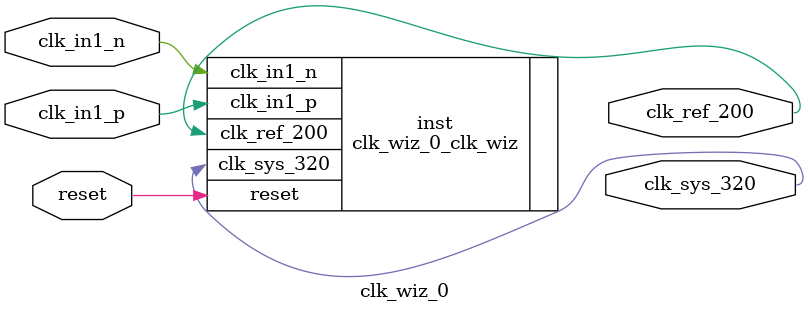
<source format=v>


`timescale 1ps/1ps

(* CORE_GENERATION_INFO = "clk_wiz_0,clk_wiz_v5_4_0_0,{component_name=clk_wiz_0,use_phase_alignment=true,use_min_o_jitter=false,use_max_i_jitter=false,use_dyn_phase_shift=false,use_inclk_switchover=false,use_dyn_reconfig=false,enable_axi=0,feedback_source=FDBK_AUTO,PRIMITIVE=MMCM,num_out_clk=2,clkin1_period=5.000,clkin2_period=10.0,use_power_down=false,use_reset=true,use_locked=false,use_inclk_stopped=false,feedback_type=SINGLE,CLOCK_MGR_TYPE=NA,manual_override=false}" *)

module clk_wiz_0 
 (
  // Clock out ports
  output        clk_sys_320,
  output        clk_ref_200,
  // Status and control signals
  input         reset,
 // Clock in ports
  input         clk_in1_p,
  input         clk_in1_n
 );

  clk_wiz_0_clk_wiz inst
  (
  // Clock out ports  
  .clk_sys_320(clk_sys_320),
  .clk_ref_200(clk_ref_200),
  // Status and control signals               
  .reset(reset), 
 // Clock in ports
  .clk_in1_p(clk_in1_p),
  .clk_in1_n(clk_in1_n)
  );

endmodule

</source>
